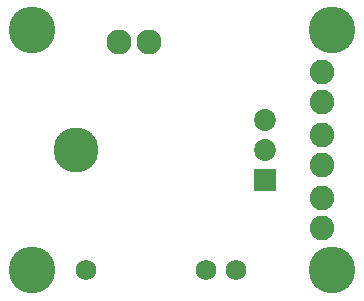
<source format=gbs>
G04*
G04 #@! TF.GenerationSoftware,Altium Limited,Altium Designer,18.1.6 (161)*
G04*
G04 Layer_Color=16711935*
%FSAX24Y24*%
%MOIN*%
G70*
G01*
G75*
%ADD15C,0.1556*%
%ADD16C,0.0820*%
%ADD17C,0.0680*%
%ADD18C,0.1500*%
%ADD19C,0.0830*%
%ADD20C,0.0730*%
%ADD21R,0.0730X0.0730*%
D15*
X011000Y001000D02*
D03*
Y009000D02*
D03*
X001000Y001000D02*
D03*
Y009000D02*
D03*
D16*
X010650Y007600D02*
D03*
Y006600D02*
D03*
Y005500D02*
D03*
Y004500D02*
D03*
Y003400D02*
D03*
Y002400D02*
D03*
D17*
X007800Y001000D02*
D03*
X002800D02*
D03*
X006800D02*
D03*
D18*
X002450Y005000D02*
D03*
D19*
X004900Y008600D02*
D03*
X003900D02*
D03*
D20*
X008750Y005000D02*
D03*
Y006000D02*
D03*
D21*
Y004000D02*
D03*
M02*

</source>
